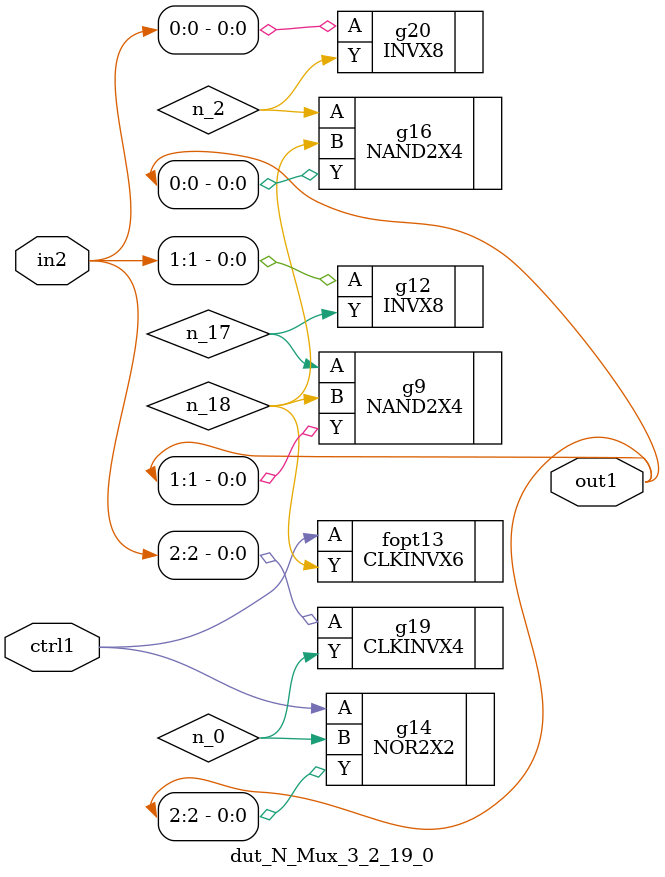
<source format=v>
`timescale 1ps / 1ps


module dut_N_Mux_3_2_19_0(in2, ctrl1, out1);
  input [2:0] in2;
  input ctrl1;
  output [2:0] out1;
  wire [2:0] in2;
  wire ctrl1;
  wire [2:0] out1;
  wire n_0, n_2, n_17, n_18;
  NOR2X2 g14(.A (ctrl1), .B (n_0), .Y (out1[2]));
  NAND2X4 g16(.A (n_2), .B (n_18), .Y (out1[0]));
  INVX8 g20(.A (in2[0]), .Y (n_2));
  CLKINVX4 g19(.A (in2[2]), .Y (n_0));
  NAND2X4 g9(.A (n_17), .B (n_18), .Y (out1[1]));
  INVX8 g12(.A (in2[1]), .Y (n_17));
  CLKINVX6 fopt13(.A (ctrl1), .Y (n_18));
endmodule


</source>
